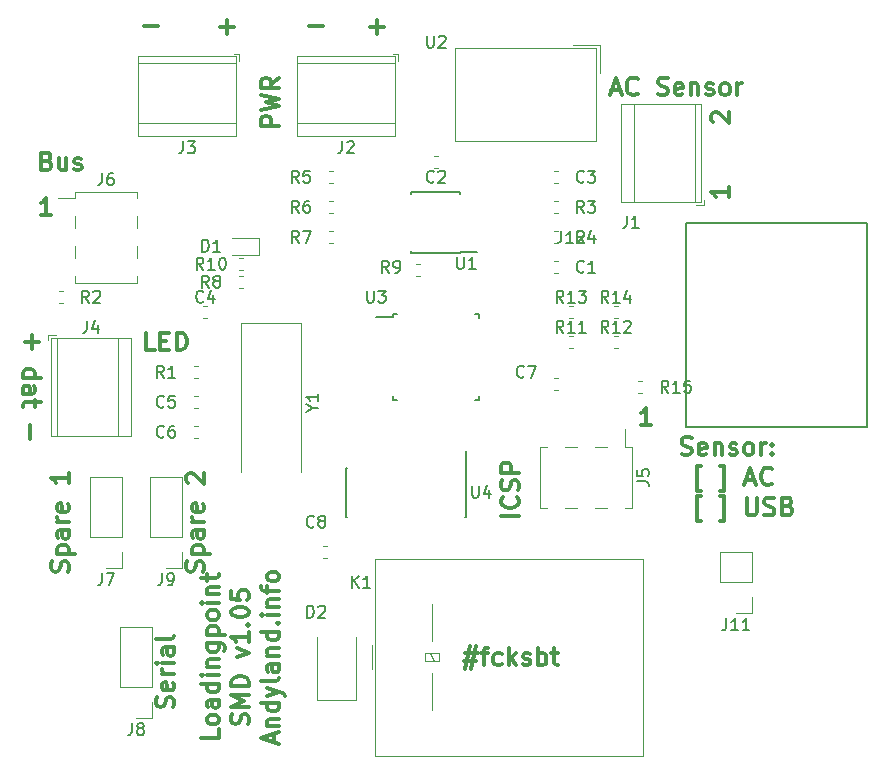
<source format=gto>
G04 #@! TF.GenerationSoftware,KiCad,Pcbnew,5.0.2-bee76a0~70~ubuntu18.10.1*
G04 #@! TF.CreationDate,2019-09-06T12:11:08+02:00*
G04 #@! TF.ProjectId,Handylader_Fach_RS458_SMD_002,48616e64-796c-4616-9465-725f46616368,rev?*
G04 #@! TF.SameCoordinates,Original*
G04 #@! TF.FileFunction,Legend,Top*
G04 #@! TF.FilePolarity,Positive*
%FSLAX46Y46*%
G04 Gerber Fmt 4.6, Leading zero omitted, Abs format (unit mm)*
G04 Created by KiCad (PCBNEW 5.0.2-bee76a0~70~ubuntu18.10.1) date Fr 06 Sep 2019 12:11:08 CEST*
%MOMM*%
%LPD*%
G01*
G04 APERTURE LIST*
%ADD10C,0.300000*%
%ADD11C,0.120000*%
%ADD12C,0.150000*%
G04 APERTURE END LIST*
D10*
X43787142Y-74084285D02*
X43858571Y-73870000D01*
X43858571Y-73512857D01*
X43787142Y-73370000D01*
X43715714Y-73298571D01*
X43572857Y-73227142D01*
X43430000Y-73227142D01*
X43287142Y-73298571D01*
X43215714Y-73370000D01*
X43144285Y-73512857D01*
X43072857Y-73798571D01*
X43001428Y-73941428D01*
X42930000Y-74012857D01*
X42787142Y-74084285D01*
X42644285Y-74084285D01*
X42501428Y-74012857D01*
X42430000Y-73941428D01*
X42358571Y-73798571D01*
X42358571Y-73441428D01*
X42430000Y-73227142D01*
X43787142Y-72012857D02*
X43858571Y-72155714D01*
X43858571Y-72441428D01*
X43787142Y-72584285D01*
X43644285Y-72655714D01*
X43072857Y-72655714D01*
X42930000Y-72584285D01*
X42858571Y-72441428D01*
X42858571Y-72155714D01*
X42930000Y-72012857D01*
X43072857Y-71941428D01*
X43215714Y-71941428D01*
X43358571Y-72655714D01*
X43858571Y-71298571D02*
X42858571Y-71298571D01*
X43144285Y-71298571D02*
X43001428Y-71227142D01*
X42930000Y-71155714D01*
X42858571Y-71012857D01*
X42858571Y-70870000D01*
X43858571Y-70370000D02*
X42858571Y-70370000D01*
X42358571Y-70370000D02*
X42430000Y-70441428D01*
X42501428Y-70370000D01*
X42430000Y-70298571D01*
X42358571Y-70370000D01*
X42501428Y-70370000D01*
X43858571Y-69012857D02*
X43072857Y-69012857D01*
X42930000Y-69084285D01*
X42858571Y-69227142D01*
X42858571Y-69512857D01*
X42930000Y-69655714D01*
X43787142Y-69012857D02*
X43858571Y-69155714D01*
X43858571Y-69512857D01*
X43787142Y-69655714D01*
X43644285Y-69727142D01*
X43501428Y-69727142D01*
X43358571Y-69655714D01*
X43287142Y-69512857D01*
X43287142Y-69155714D01*
X43215714Y-69012857D01*
X43858571Y-68084285D02*
X43787142Y-68227142D01*
X43644285Y-68298571D01*
X42358571Y-68298571D01*
X52320000Y-77064285D02*
X52320000Y-76350000D01*
X52748571Y-77207142D02*
X51248571Y-76707142D01*
X52748571Y-76207142D01*
X51748571Y-75707142D02*
X52748571Y-75707142D01*
X51891428Y-75707142D02*
X51820000Y-75635714D01*
X51748571Y-75492857D01*
X51748571Y-75278571D01*
X51820000Y-75135714D01*
X51962857Y-75064285D01*
X52748571Y-75064285D01*
X52748571Y-73707142D02*
X51248571Y-73707142D01*
X52677142Y-73707142D02*
X52748571Y-73850000D01*
X52748571Y-74135714D01*
X52677142Y-74278571D01*
X52605714Y-74350000D01*
X52462857Y-74421428D01*
X52034285Y-74421428D01*
X51891428Y-74350000D01*
X51820000Y-74278571D01*
X51748571Y-74135714D01*
X51748571Y-73850000D01*
X51820000Y-73707142D01*
X51748571Y-73135714D02*
X52748571Y-72778571D01*
X51748571Y-72421428D02*
X52748571Y-72778571D01*
X53105714Y-72921428D01*
X53177142Y-72992857D01*
X53248571Y-73135714D01*
X52748571Y-71635714D02*
X52677142Y-71778571D01*
X52534285Y-71850000D01*
X51248571Y-71850000D01*
X52748571Y-70421428D02*
X51962857Y-70421428D01*
X51820000Y-70492857D01*
X51748571Y-70635714D01*
X51748571Y-70921428D01*
X51820000Y-71064285D01*
X52677142Y-70421428D02*
X52748571Y-70564285D01*
X52748571Y-70921428D01*
X52677142Y-71064285D01*
X52534285Y-71135714D01*
X52391428Y-71135714D01*
X52248571Y-71064285D01*
X52177142Y-70921428D01*
X52177142Y-70564285D01*
X52105714Y-70421428D01*
X51748571Y-69707142D02*
X52748571Y-69707142D01*
X51891428Y-69707142D02*
X51820000Y-69635714D01*
X51748571Y-69492857D01*
X51748571Y-69278571D01*
X51820000Y-69135714D01*
X51962857Y-69064285D01*
X52748571Y-69064285D01*
X52748571Y-67707142D02*
X51248571Y-67707142D01*
X52677142Y-67707142D02*
X52748571Y-67850000D01*
X52748571Y-68135714D01*
X52677142Y-68278571D01*
X52605714Y-68350000D01*
X52462857Y-68421428D01*
X52034285Y-68421428D01*
X51891428Y-68350000D01*
X51820000Y-68278571D01*
X51748571Y-68135714D01*
X51748571Y-67850000D01*
X51820000Y-67707142D01*
X52605714Y-66992857D02*
X52677142Y-66921428D01*
X52748571Y-66992857D01*
X52677142Y-67064285D01*
X52605714Y-66992857D01*
X52748571Y-66992857D01*
X52748571Y-66278571D02*
X51748571Y-66278571D01*
X51248571Y-66278571D02*
X51320000Y-66350000D01*
X51391428Y-66278571D01*
X51320000Y-66207142D01*
X51248571Y-66278571D01*
X51391428Y-66278571D01*
X51748571Y-65564285D02*
X52748571Y-65564285D01*
X51891428Y-65564285D02*
X51820000Y-65492857D01*
X51748571Y-65350000D01*
X51748571Y-65135714D01*
X51820000Y-64992857D01*
X51962857Y-64921428D01*
X52748571Y-64921428D01*
X51748571Y-64421428D02*
X51748571Y-63850000D01*
X52748571Y-64207142D02*
X51462857Y-64207142D01*
X51320000Y-64135714D01*
X51248571Y-63992857D01*
X51248571Y-63850000D01*
X52748571Y-63135714D02*
X52677142Y-63278571D01*
X52605714Y-63350000D01*
X52462857Y-63421428D01*
X52034285Y-63421428D01*
X51891428Y-63350000D01*
X51820000Y-63278571D01*
X51748571Y-63135714D01*
X51748571Y-62921428D01*
X51820000Y-62778571D01*
X51891428Y-62707142D01*
X52034285Y-62635714D01*
X52462857Y-62635714D01*
X52605714Y-62707142D01*
X52677142Y-62778571D01*
X52748571Y-62921428D01*
X52748571Y-63135714D01*
X46327142Y-62598571D02*
X46398571Y-62384285D01*
X46398571Y-62027142D01*
X46327142Y-61884285D01*
X46255714Y-61812857D01*
X46112857Y-61741428D01*
X45970000Y-61741428D01*
X45827142Y-61812857D01*
X45755714Y-61884285D01*
X45684285Y-62027142D01*
X45612857Y-62312857D01*
X45541428Y-62455714D01*
X45470000Y-62527142D01*
X45327142Y-62598571D01*
X45184285Y-62598571D01*
X45041428Y-62527142D01*
X44970000Y-62455714D01*
X44898571Y-62312857D01*
X44898571Y-61955714D01*
X44970000Y-61741428D01*
X45398571Y-61098571D02*
X46898571Y-61098571D01*
X45470000Y-61098571D02*
X45398571Y-60955714D01*
X45398571Y-60670000D01*
X45470000Y-60527142D01*
X45541428Y-60455714D01*
X45684285Y-60384285D01*
X46112857Y-60384285D01*
X46255714Y-60455714D01*
X46327142Y-60527142D01*
X46398571Y-60670000D01*
X46398571Y-60955714D01*
X46327142Y-61098571D01*
X46398571Y-59098571D02*
X45612857Y-59098571D01*
X45470000Y-59170000D01*
X45398571Y-59312857D01*
X45398571Y-59598571D01*
X45470000Y-59741428D01*
X46327142Y-59098571D02*
X46398571Y-59241428D01*
X46398571Y-59598571D01*
X46327142Y-59741428D01*
X46184285Y-59812857D01*
X46041428Y-59812857D01*
X45898571Y-59741428D01*
X45827142Y-59598571D01*
X45827142Y-59241428D01*
X45755714Y-59098571D01*
X46398571Y-58384285D02*
X45398571Y-58384285D01*
X45684285Y-58384285D02*
X45541428Y-58312857D01*
X45470000Y-58241428D01*
X45398571Y-58098571D01*
X45398571Y-57955714D01*
X46327142Y-56884285D02*
X46398571Y-57027142D01*
X46398571Y-57312857D01*
X46327142Y-57455714D01*
X46184285Y-57527142D01*
X45612857Y-57527142D01*
X45470000Y-57455714D01*
X45398571Y-57312857D01*
X45398571Y-57027142D01*
X45470000Y-56884285D01*
X45612857Y-56812857D01*
X45755714Y-56812857D01*
X45898571Y-57527142D01*
X45041428Y-55098571D02*
X44970000Y-55027142D01*
X44898571Y-54884285D01*
X44898571Y-54527142D01*
X44970000Y-54384285D01*
X45041428Y-54312857D01*
X45184285Y-54241428D01*
X45327142Y-54241428D01*
X45541428Y-54312857D01*
X46398571Y-55170000D01*
X46398571Y-54241428D01*
X34897142Y-62598571D02*
X34968571Y-62384285D01*
X34968571Y-62027142D01*
X34897142Y-61884285D01*
X34825714Y-61812857D01*
X34682857Y-61741428D01*
X34540000Y-61741428D01*
X34397142Y-61812857D01*
X34325714Y-61884285D01*
X34254285Y-62027142D01*
X34182857Y-62312857D01*
X34111428Y-62455714D01*
X34040000Y-62527142D01*
X33897142Y-62598571D01*
X33754285Y-62598571D01*
X33611428Y-62527142D01*
X33540000Y-62455714D01*
X33468571Y-62312857D01*
X33468571Y-61955714D01*
X33540000Y-61741428D01*
X33968571Y-61098571D02*
X35468571Y-61098571D01*
X34040000Y-61098571D02*
X33968571Y-60955714D01*
X33968571Y-60670000D01*
X34040000Y-60527142D01*
X34111428Y-60455714D01*
X34254285Y-60384285D01*
X34682857Y-60384285D01*
X34825714Y-60455714D01*
X34897142Y-60527142D01*
X34968571Y-60670000D01*
X34968571Y-60955714D01*
X34897142Y-61098571D01*
X34968571Y-59098571D02*
X34182857Y-59098571D01*
X34040000Y-59170000D01*
X33968571Y-59312857D01*
X33968571Y-59598571D01*
X34040000Y-59741428D01*
X34897142Y-59098571D02*
X34968571Y-59241428D01*
X34968571Y-59598571D01*
X34897142Y-59741428D01*
X34754285Y-59812857D01*
X34611428Y-59812857D01*
X34468571Y-59741428D01*
X34397142Y-59598571D01*
X34397142Y-59241428D01*
X34325714Y-59098571D01*
X34968571Y-58384285D02*
X33968571Y-58384285D01*
X34254285Y-58384285D02*
X34111428Y-58312857D01*
X34040000Y-58241428D01*
X33968571Y-58098571D01*
X33968571Y-57955714D01*
X34897142Y-56884285D02*
X34968571Y-57027142D01*
X34968571Y-57312857D01*
X34897142Y-57455714D01*
X34754285Y-57527142D01*
X34182857Y-57527142D01*
X34040000Y-57455714D01*
X33968571Y-57312857D01*
X33968571Y-57027142D01*
X34040000Y-56884285D01*
X34182857Y-56812857D01*
X34325714Y-56812857D01*
X34468571Y-57527142D01*
X34968571Y-54241428D02*
X34968571Y-55098571D01*
X34968571Y-54670000D02*
X33468571Y-54670000D01*
X33682857Y-54812857D01*
X33825714Y-54955714D01*
X33897142Y-55098571D01*
X73068571Y-57867857D02*
X71568571Y-57867857D01*
X72925714Y-56296428D02*
X72997142Y-56367857D01*
X73068571Y-56582142D01*
X73068571Y-56725000D01*
X72997142Y-56939285D01*
X72854285Y-57082142D01*
X72711428Y-57153571D01*
X72425714Y-57225000D01*
X72211428Y-57225000D01*
X71925714Y-57153571D01*
X71782857Y-57082142D01*
X71640000Y-56939285D01*
X71568571Y-56725000D01*
X71568571Y-56582142D01*
X71640000Y-56367857D01*
X71711428Y-56296428D01*
X72997142Y-55725000D02*
X73068571Y-55510714D01*
X73068571Y-55153571D01*
X72997142Y-55010714D01*
X72925714Y-54939285D01*
X72782857Y-54867857D01*
X72640000Y-54867857D01*
X72497142Y-54939285D01*
X72425714Y-55010714D01*
X72354285Y-55153571D01*
X72282857Y-55439285D01*
X72211428Y-55582142D01*
X72140000Y-55653571D01*
X71997142Y-55725000D01*
X71854285Y-55725000D01*
X71711428Y-55653571D01*
X71640000Y-55582142D01*
X71568571Y-55439285D01*
X71568571Y-55082142D01*
X71640000Y-54867857D01*
X73068571Y-54225000D02*
X71568571Y-54225000D01*
X71568571Y-53653571D01*
X71640000Y-53510714D01*
X71711428Y-53439285D01*
X71854285Y-53367857D01*
X72068571Y-53367857D01*
X72211428Y-53439285D01*
X72282857Y-53510714D01*
X72354285Y-53653571D01*
X72354285Y-54225000D01*
X68532857Y-69528571D02*
X69604285Y-69528571D01*
X68961428Y-68885714D02*
X68532857Y-70814285D01*
X69461428Y-70171428D02*
X68390000Y-70171428D01*
X69032857Y-70814285D02*
X69461428Y-68885714D01*
X69890000Y-69528571D02*
X70461428Y-69528571D01*
X70104285Y-70528571D02*
X70104285Y-69242857D01*
X70175714Y-69100000D01*
X70318571Y-69028571D01*
X70461428Y-69028571D01*
X71604285Y-70457142D02*
X71461428Y-70528571D01*
X71175714Y-70528571D01*
X71032857Y-70457142D01*
X70961428Y-70385714D01*
X70890000Y-70242857D01*
X70890000Y-69814285D01*
X70961428Y-69671428D01*
X71032857Y-69600000D01*
X71175714Y-69528571D01*
X71461428Y-69528571D01*
X71604285Y-69600000D01*
X72247142Y-70528571D02*
X72247142Y-69028571D01*
X72390000Y-69957142D02*
X72818571Y-70528571D01*
X72818571Y-69528571D02*
X72247142Y-70100000D01*
X73390000Y-70457142D02*
X73532857Y-70528571D01*
X73818571Y-70528571D01*
X73961428Y-70457142D01*
X74032857Y-70314285D01*
X74032857Y-70242857D01*
X73961428Y-70100000D01*
X73818571Y-70028571D01*
X73604285Y-70028571D01*
X73461428Y-69957142D01*
X73390000Y-69814285D01*
X73390000Y-69742857D01*
X73461428Y-69600000D01*
X73604285Y-69528571D01*
X73818571Y-69528571D01*
X73961428Y-69600000D01*
X74675714Y-70528571D02*
X74675714Y-69028571D01*
X74675714Y-69600000D02*
X74818571Y-69528571D01*
X75104285Y-69528571D01*
X75247142Y-69600000D01*
X75318571Y-69671428D01*
X75390000Y-69814285D01*
X75390000Y-70242857D01*
X75318571Y-70385714D01*
X75247142Y-70457142D01*
X75104285Y-70528571D01*
X74818571Y-70528571D01*
X74675714Y-70457142D01*
X75818571Y-69528571D02*
X76390000Y-69528571D01*
X76032857Y-69028571D02*
X76032857Y-70314285D01*
X76104285Y-70457142D01*
X76247142Y-70528571D01*
X76390000Y-70528571D01*
X84248571Y-50208571D02*
X83391428Y-50208571D01*
X83820000Y-50208571D02*
X83820000Y-48708571D01*
X83677142Y-48922857D01*
X83534285Y-49065714D01*
X83391428Y-49137142D01*
X31071428Y-46204285D02*
X32571428Y-46204285D01*
X31142857Y-46204285D02*
X31071428Y-46061428D01*
X31071428Y-45775714D01*
X31142857Y-45632857D01*
X31214285Y-45561428D01*
X31357142Y-45490000D01*
X31785714Y-45490000D01*
X31928571Y-45561428D01*
X32000000Y-45632857D01*
X32071428Y-45775714D01*
X32071428Y-46061428D01*
X32000000Y-46204285D01*
X31071428Y-47561428D02*
X31857142Y-47561428D01*
X32000000Y-47490000D01*
X32071428Y-47347142D01*
X32071428Y-47061428D01*
X32000000Y-46918571D01*
X31142857Y-47561428D02*
X31071428Y-47418571D01*
X31071428Y-47061428D01*
X31142857Y-46918571D01*
X31285714Y-46847142D01*
X31428571Y-46847142D01*
X31571428Y-46918571D01*
X31642857Y-47061428D01*
X31642857Y-47418571D01*
X31714285Y-47561428D01*
X32071428Y-48061428D02*
X32071428Y-48632857D01*
X32571428Y-48275714D02*
X31285714Y-48275714D01*
X31142857Y-48347142D01*
X31071428Y-48490000D01*
X31071428Y-48632857D01*
X31857142Y-43751428D02*
X31857142Y-42608571D01*
X32428571Y-43180000D02*
X31285714Y-43180000D01*
X31642857Y-50228571D02*
X31642857Y-51371428D01*
X56451428Y-16402857D02*
X55308571Y-16402857D01*
X42481428Y-16402857D02*
X41338571Y-16402857D01*
X61067142Y-17081428D02*
X61067142Y-15938571D01*
X61638571Y-16510000D02*
X60495714Y-16510000D01*
X48367142Y-17081428D02*
X48367142Y-15938571D01*
X48938571Y-16510000D02*
X47795714Y-16510000D01*
X89491428Y-24558571D02*
X89420000Y-24487142D01*
X89348571Y-24344285D01*
X89348571Y-23987142D01*
X89420000Y-23844285D01*
X89491428Y-23772857D01*
X89634285Y-23701428D01*
X89777142Y-23701428D01*
X89991428Y-23772857D01*
X90848571Y-24630000D01*
X90848571Y-23701428D01*
X90848571Y-30051428D02*
X90848571Y-30908571D01*
X90848571Y-30480000D02*
X89348571Y-30480000D01*
X89562857Y-30622857D01*
X89705714Y-30765714D01*
X89777142Y-30908571D01*
X33448571Y-32428571D02*
X32591428Y-32428571D01*
X33020000Y-32428571D02*
X33020000Y-30928571D01*
X32877142Y-31142857D01*
X32734285Y-31285714D01*
X32591428Y-31357142D01*
X33111428Y-27832857D02*
X33325714Y-27904285D01*
X33397142Y-27975714D01*
X33468571Y-28118571D01*
X33468571Y-28332857D01*
X33397142Y-28475714D01*
X33325714Y-28547142D01*
X33182857Y-28618571D01*
X32611428Y-28618571D01*
X32611428Y-27118571D01*
X33111428Y-27118571D01*
X33254285Y-27190000D01*
X33325714Y-27261428D01*
X33397142Y-27404285D01*
X33397142Y-27547142D01*
X33325714Y-27690000D01*
X33254285Y-27761428D01*
X33111428Y-27832857D01*
X32611428Y-27832857D01*
X34754285Y-27618571D02*
X34754285Y-28618571D01*
X34111428Y-27618571D02*
X34111428Y-28404285D01*
X34182857Y-28547142D01*
X34325714Y-28618571D01*
X34540000Y-28618571D01*
X34682857Y-28547142D01*
X34754285Y-28475714D01*
X35397142Y-28547142D02*
X35540000Y-28618571D01*
X35825714Y-28618571D01*
X35968571Y-28547142D01*
X36040000Y-28404285D01*
X36040000Y-28332857D01*
X35968571Y-28190000D01*
X35825714Y-28118571D01*
X35611428Y-28118571D01*
X35468571Y-28047142D01*
X35397142Y-27904285D01*
X35397142Y-27832857D01*
X35468571Y-27690000D01*
X35611428Y-27618571D01*
X35825714Y-27618571D01*
X35968571Y-27690000D01*
X52748571Y-24860000D02*
X51248571Y-24860000D01*
X51248571Y-24288571D01*
X51320000Y-24145714D01*
X51391428Y-24074285D01*
X51534285Y-24002857D01*
X51748571Y-24002857D01*
X51891428Y-24074285D01*
X51962857Y-24145714D01*
X52034285Y-24288571D01*
X52034285Y-24860000D01*
X51248571Y-23502857D02*
X52748571Y-23145714D01*
X51677142Y-22860000D01*
X52748571Y-22574285D01*
X51248571Y-22217142D01*
X52748571Y-20788571D02*
X52034285Y-21288571D01*
X52748571Y-21645714D02*
X51248571Y-21645714D01*
X51248571Y-21074285D01*
X51320000Y-20931428D01*
X51391428Y-20860000D01*
X51534285Y-20788571D01*
X51748571Y-20788571D01*
X51891428Y-20860000D01*
X51962857Y-20931428D01*
X52034285Y-21074285D01*
X52034285Y-21645714D01*
X80895714Y-21840000D02*
X81610000Y-21840000D01*
X80752857Y-22268571D02*
X81252857Y-20768571D01*
X81752857Y-22268571D01*
X83110000Y-22125714D02*
X83038571Y-22197142D01*
X82824285Y-22268571D01*
X82681428Y-22268571D01*
X82467142Y-22197142D01*
X82324285Y-22054285D01*
X82252857Y-21911428D01*
X82181428Y-21625714D01*
X82181428Y-21411428D01*
X82252857Y-21125714D01*
X82324285Y-20982857D01*
X82467142Y-20840000D01*
X82681428Y-20768571D01*
X82824285Y-20768571D01*
X83038571Y-20840000D01*
X83110000Y-20911428D01*
X84824285Y-22197142D02*
X85038571Y-22268571D01*
X85395714Y-22268571D01*
X85538571Y-22197142D01*
X85610000Y-22125714D01*
X85681428Y-21982857D01*
X85681428Y-21840000D01*
X85610000Y-21697142D01*
X85538571Y-21625714D01*
X85395714Y-21554285D01*
X85110000Y-21482857D01*
X84967142Y-21411428D01*
X84895714Y-21340000D01*
X84824285Y-21197142D01*
X84824285Y-21054285D01*
X84895714Y-20911428D01*
X84967142Y-20840000D01*
X85110000Y-20768571D01*
X85467142Y-20768571D01*
X85681428Y-20840000D01*
X86895714Y-22197142D02*
X86752857Y-22268571D01*
X86467142Y-22268571D01*
X86324285Y-22197142D01*
X86252857Y-22054285D01*
X86252857Y-21482857D01*
X86324285Y-21340000D01*
X86467142Y-21268571D01*
X86752857Y-21268571D01*
X86895714Y-21340000D01*
X86967142Y-21482857D01*
X86967142Y-21625714D01*
X86252857Y-21768571D01*
X87610000Y-21268571D02*
X87610000Y-22268571D01*
X87610000Y-21411428D02*
X87681428Y-21340000D01*
X87824285Y-21268571D01*
X88038571Y-21268571D01*
X88181428Y-21340000D01*
X88252857Y-21482857D01*
X88252857Y-22268571D01*
X88895714Y-22197142D02*
X89038571Y-22268571D01*
X89324285Y-22268571D01*
X89467142Y-22197142D01*
X89538571Y-22054285D01*
X89538571Y-21982857D01*
X89467142Y-21840000D01*
X89324285Y-21768571D01*
X89110000Y-21768571D01*
X88967142Y-21697142D01*
X88895714Y-21554285D01*
X88895714Y-21482857D01*
X88967142Y-21340000D01*
X89110000Y-21268571D01*
X89324285Y-21268571D01*
X89467142Y-21340000D01*
X90395714Y-22268571D02*
X90252857Y-22197142D01*
X90181428Y-22125714D01*
X90110000Y-21982857D01*
X90110000Y-21554285D01*
X90181428Y-21411428D01*
X90252857Y-21340000D01*
X90395714Y-21268571D01*
X90610000Y-21268571D01*
X90752857Y-21340000D01*
X90824285Y-21411428D01*
X90895714Y-21554285D01*
X90895714Y-21982857D01*
X90824285Y-22125714D01*
X90752857Y-22197142D01*
X90610000Y-22268571D01*
X90395714Y-22268571D01*
X91538571Y-22268571D02*
X91538571Y-21268571D01*
X91538571Y-21554285D02*
X91610000Y-21411428D01*
X91681428Y-21340000D01*
X91824285Y-21268571D01*
X91967142Y-21268571D01*
X42215714Y-43858571D02*
X41501428Y-43858571D01*
X41501428Y-42358571D01*
X42715714Y-43072857D02*
X43215714Y-43072857D01*
X43430000Y-43858571D02*
X42715714Y-43858571D01*
X42715714Y-42358571D01*
X43430000Y-42358571D01*
X44072857Y-43858571D02*
X44072857Y-42358571D01*
X44430000Y-42358571D01*
X44644285Y-42430000D01*
X44787142Y-42572857D01*
X44858571Y-42715714D01*
X44930000Y-43001428D01*
X44930000Y-43215714D01*
X44858571Y-43501428D01*
X44787142Y-43644285D01*
X44644285Y-43787142D01*
X44430000Y-43858571D01*
X44072857Y-43858571D01*
X86840714Y-52667142D02*
X87055000Y-52738571D01*
X87412142Y-52738571D01*
X87555000Y-52667142D01*
X87626428Y-52595714D01*
X87697857Y-52452857D01*
X87697857Y-52310000D01*
X87626428Y-52167142D01*
X87555000Y-52095714D01*
X87412142Y-52024285D01*
X87126428Y-51952857D01*
X86983571Y-51881428D01*
X86912142Y-51810000D01*
X86840714Y-51667142D01*
X86840714Y-51524285D01*
X86912142Y-51381428D01*
X86983571Y-51310000D01*
X87126428Y-51238571D01*
X87483571Y-51238571D01*
X87697857Y-51310000D01*
X88912142Y-52667142D02*
X88769285Y-52738571D01*
X88483571Y-52738571D01*
X88340714Y-52667142D01*
X88269285Y-52524285D01*
X88269285Y-51952857D01*
X88340714Y-51810000D01*
X88483571Y-51738571D01*
X88769285Y-51738571D01*
X88912142Y-51810000D01*
X88983571Y-51952857D01*
X88983571Y-52095714D01*
X88269285Y-52238571D01*
X89626428Y-51738571D02*
X89626428Y-52738571D01*
X89626428Y-51881428D02*
X89697857Y-51810000D01*
X89840714Y-51738571D01*
X90055000Y-51738571D01*
X90197857Y-51810000D01*
X90269285Y-51952857D01*
X90269285Y-52738571D01*
X90912142Y-52667142D02*
X91055000Y-52738571D01*
X91340714Y-52738571D01*
X91483571Y-52667142D01*
X91555000Y-52524285D01*
X91555000Y-52452857D01*
X91483571Y-52310000D01*
X91340714Y-52238571D01*
X91126428Y-52238571D01*
X90983571Y-52167142D01*
X90912142Y-52024285D01*
X90912142Y-51952857D01*
X90983571Y-51810000D01*
X91126428Y-51738571D01*
X91340714Y-51738571D01*
X91483571Y-51810000D01*
X92412142Y-52738571D02*
X92269285Y-52667142D01*
X92197857Y-52595714D01*
X92126428Y-52452857D01*
X92126428Y-52024285D01*
X92197857Y-51881428D01*
X92269285Y-51810000D01*
X92412142Y-51738571D01*
X92626428Y-51738571D01*
X92769285Y-51810000D01*
X92840714Y-51881428D01*
X92912142Y-52024285D01*
X92912142Y-52452857D01*
X92840714Y-52595714D01*
X92769285Y-52667142D01*
X92626428Y-52738571D01*
X92412142Y-52738571D01*
X93555000Y-52738571D02*
X93555000Y-51738571D01*
X93555000Y-52024285D02*
X93626428Y-51881428D01*
X93697857Y-51810000D01*
X93840714Y-51738571D01*
X93983571Y-51738571D01*
X94483571Y-52595714D02*
X94555000Y-52667142D01*
X94483571Y-52738571D01*
X94412142Y-52667142D01*
X94483571Y-52595714D01*
X94483571Y-52738571D01*
X94483571Y-51810000D02*
X94555000Y-51881428D01*
X94483571Y-51952857D01*
X94412142Y-51881428D01*
X94483571Y-51810000D01*
X94483571Y-51952857D01*
X88483571Y-55788571D02*
X88126428Y-55788571D01*
X88126428Y-53645714D01*
X88483571Y-53645714D01*
X90055000Y-55788571D02*
X90412142Y-55788571D01*
X90412142Y-53645714D01*
X90055000Y-53645714D01*
X92269285Y-54860000D02*
X92983571Y-54860000D01*
X92126428Y-55288571D02*
X92626428Y-53788571D01*
X93126428Y-55288571D01*
X94483571Y-55145714D02*
X94412142Y-55217142D01*
X94197857Y-55288571D01*
X94055000Y-55288571D01*
X93840714Y-55217142D01*
X93697857Y-55074285D01*
X93626428Y-54931428D01*
X93555000Y-54645714D01*
X93555000Y-54431428D01*
X93626428Y-54145714D01*
X93697857Y-54002857D01*
X93840714Y-53860000D01*
X94055000Y-53788571D01*
X94197857Y-53788571D01*
X94412142Y-53860000D01*
X94483571Y-53931428D01*
X88483571Y-58338571D02*
X88126428Y-58338571D01*
X88126428Y-56195714D01*
X88483571Y-56195714D01*
X90055000Y-58338571D02*
X90412142Y-58338571D01*
X90412142Y-56195714D01*
X90055000Y-56195714D01*
X92340714Y-56338571D02*
X92340714Y-57552857D01*
X92412142Y-57695714D01*
X92483571Y-57767142D01*
X92626428Y-57838571D01*
X92912142Y-57838571D01*
X93055000Y-57767142D01*
X93126428Y-57695714D01*
X93197857Y-57552857D01*
X93197857Y-56338571D01*
X93840714Y-57767142D02*
X94055000Y-57838571D01*
X94412142Y-57838571D01*
X94555000Y-57767142D01*
X94626428Y-57695714D01*
X94697857Y-57552857D01*
X94697857Y-57410000D01*
X94626428Y-57267142D01*
X94555000Y-57195714D01*
X94412142Y-57124285D01*
X94126428Y-57052857D01*
X93983571Y-56981428D01*
X93912142Y-56910000D01*
X93840714Y-56767142D01*
X93840714Y-56624285D01*
X93912142Y-56481428D01*
X93983571Y-56410000D01*
X94126428Y-56338571D01*
X94483571Y-56338571D01*
X94697857Y-56410000D01*
X95840714Y-57052857D02*
X96055000Y-57124285D01*
X96126428Y-57195714D01*
X96197857Y-57338571D01*
X96197857Y-57552857D01*
X96126428Y-57695714D01*
X96055000Y-57767142D01*
X95912142Y-57838571D01*
X95340714Y-57838571D01*
X95340714Y-56338571D01*
X95840714Y-56338571D01*
X95983571Y-56410000D01*
X96055000Y-56481428D01*
X96126428Y-56624285D01*
X96126428Y-56767142D01*
X96055000Y-56910000D01*
X95983571Y-56981428D01*
X95840714Y-57052857D01*
X95340714Y-57052857D01*
X47663571Y-75957142D02*
X47663571Y-76671428D01*
X46163571Y-76671428D01*
X47663571Y-75242857D02*
X47592142Y-75385714D01*
X47520714Y-75457142D01*
X47377857Y-75528571D01*
X46949285Y-75528571D01*
X46806428Y-75457142D01*
X46735000Y-75385714D01*
X46663571Y-75242857D01*
X46663571Y-75028571D01*
X46735000Y-74885714D01*
X46806428Y-74814285D01*
X46949285Y-74742857D01*
X47377857Y-74742857D01*
X47520714Y-74814285D01*
X47592142Y-74885714D01*
X47663571Y-75028571D01*
X47663571Y-75242857D01*
X47663571Y-73457142D02*
X46877857Y-73457142D01*
X46735000Y-73528571D01*
X46663571Y-73671428D01*
X46663571Y-73957142D01*
X46735000Y-74100000D01*
X47592142Y-73457142D02*
X47663571Y-73600000D01*
X47663571Y-73957142D01*
X47592142Y-74100000D01*
X47449285Y-74171428D01*
X47306428Y-74171428D01*
X47163571Y-74100000D01*
X47092142Y-73957142D01*
X47092142Y-73600000D01*
X47020714Y-73457142D01*
X47663571Y-72100000D02*
X46163571Y-72100000D01*
X47592142Y-72100000D02*
X47663571Y-72242857D01*
X47663571Y-72528571D01*
X47592142Y-72671428D01*
X47520714Y-72742857D01*
X47377857Y-72814285D01*
X46949285Y-72814285D01*
X46806428Y-72742857D01*
X46735000Y-72671428D01*
X46663571Y-72528571D01*
X46663571Y-72242857D01*
X46735000Y-72100000D01*
X47663571Y-71385714D02*
X46663571Y-71385714D01*
X46163571Y-71385714D02*
X46235000Y-71457142D01*
X46306428Y-71385714D01*
X46235000Y-71314285D01*
X46163571Y-71385714D01*
X46306428Y-71385714D01*
X46663571Y-70671428D02*
X47663571Y-70671428D01*
X46806428Y-70671428D02*
X46735000Y-70600000D01*
X46663571Y-70457142D01*
X46663571Y-70242857D01*
X46735000Y-70100000D01*
X46877857Y-70028571D01*
X47663571Y-70028571D01*
X46663571Y-68671428D02*
X47877857Y-68671428D01*
X48020714Y-68742857D01*
X48092142Y-68814285D01*
X48163571Y-68957142D01*
X48163571Y-69171428D01*
X48092142Y-69314285D01*
X47592142Y-68671428D02*
X47663571Y-68814285D01*
X47663571Y-69100000D01*
X47592142Y-69242857D01*
X47520714Y-69314285D01*
X47377857Y-69385714D01*
X46949285Y-69385714D01*
X46806428Y-69314285D01*
X46735000Y-69242857D01*
X46663571Y-69100000D01*
X46663571Y-68814285D01*
X46735000Y-68671428D01*
X46663571Y-67957142D02*
X48163571Y-67957142D01*
X46735000Y-67957142D02*
X46663571Y-67814285D01*
X46663571Y-67528571D01*
X46735000Y-67385714D01*
X46806428Y-67314285D01*
X46949285Y-67242857D01*
X47377857Y-67242857D01*
X47520714Y-67314285D01*
X47592142Y-67385714D01*
X47663571Y-67528571D01*
X47663571Y-67814285D01*
X47592142Y-67957142D01*
X47663571Y-66385714D02*
X47592142Y-66528571D01*
X47520714Y-66600000D01*
X47377857Y-66671428D01*
X46949285Y-66671428D01*
X46806428Y-66600000D01*
X46735000Y-66528571D01*
X46663571Y-66385714D01*
X46663571Y-66171428D01*
X46735000Y-66028571D01*
X46806428Y-65957142D01*
X46949285Y-65885714D01*
X47377857Y-65885714D01*
X47520714Y-65957142D01*
X47592142Y-66028571D01*
X47663571Y-66171428D01*
X47663571Y-66385714D01*
X47663571Y-65242857D02*
X46663571Y-65242857D01*
X46163571Y-65242857D02*
X46235000Y-65314285D01*
X46306428Y-65242857D01*
X46235000Y-65171428D01*
X46163571Y-65242857D01*
X46306428Y-65242857D01*
X46663571Y-64528571D02*
X47663571Y-64528571D01*
X46806428Y-64528571D02*
X46735000Y-64457142D01*
X46663571Y-64314285D01*
X46663571Y-64100000D01*
X46735000Y-63957142D01*
X46877857Y-63885714D01*
X47663571Y-63885714D01*
X46663571Y-63385714D02*
X46663571Y-62814285D01*
X46163571Y-63171428D02*
X47449285Y-63171428D01*
X47592142Y-63100000D01*
X47663571Y-62957142D01*
X47663571Y-62814285D01*
X50142142Y-75528571D02*
X50213571Y-75314285D01*
X50213571Y-74957142D01*
X50142142Y-74814285D01*
X50070714Y-74742857D01*
X49927857Y-74671428D01*
X49785000Y-74671428D01*
X49642142Y-74742857D01*
X49570714Y-74814285D01*
X49499285Y-74957142D01*
X49427857Y-75242857D01*
X49356428Y-75385714D01*
X49285000Y-75457142D01*
X49142142Y-75528571D01*
X48999285Y-75528571D01*
X48856428Y-75457142D01*
X48785000Y-75385714D01*
X48713571Y-75242857D01*
X48713571Y-74885714D01*
X48785000Y-74671428D01*
X50213571Y-74028571D02*
X48713571Y-74028571D01*
X49785000Y-73528571D01*
X48713571Y-73028571D01*
X50213571Y-73028571D01*
X50213571Y-72314285D02*
X48713571Y-72314285D01*
X48713571Y-71957142D01*
X48785000Y-71742857D01*
X48927857Y-71600000D01*
X49070714Y-71528571D01*
X49356428Y-71457142D01*
X49570714Y-71457142D01*
X49856428Y-71528571D01*
X49999285Y-71600000D01*
X50142142Y-71742857D01*
X50213571Y-71957142D01*
X50213571Y-72314285D01*
X49213571Y-69814285D02*
X50213571Y-69457142D01*
X49213571Y-69100000D01*
X50213571Y-67742857D02*
X50213571Y-68600000D01*
X50213571Y-68171428D02*
X48713571Y-68171428D01*
X48927857Y-68314285D01*
X49070714Y-68457142D01*
X49142142Y-68600000D01*
X50070714Y-67100000D02*
X50142142Y-67028571D01*
X50213571Y-67100000D01*
X50142142Y-67171428D01*
X50070714Y-67100000D01*
X50213571Y-67100000D01*
X48713571Y-66100000D02*
X48713571Y-65957142D01*
X48785000Y-65814285D01*
X48856428Y-65742857D01*
X48999285Y-65671428D01*
X49285000Y-65600000D01*
X49642142Y-65600000D01*
X49927857Y-65671428D01*
X50070714Y-65742857D01*
X50142142Y-65814285D01*
X50213571Y-65957142D01*
X50213571Y-66100000D01*
X50142142Y-66242857D01*
X50070714Y-66314285D01*
X49927857Y-66385714D01*
X49642142Y-66457142D01*
X49285000Y-66457142D01*
X48999285Y-66385714D01*
X48856428Y-66314285D01*
X48785000Y-66242857D01*
X48713571Y-66100000D01*
X48713571Y-64242857D02*
X48713571Y-64957142D01*
X49427857Y-65028571D01*
X49356428Y-64957142D01*
X49285000Y-64814285D01*
X49285000Y-64457142D01*
X49356428Y-64314285D01*
X49427857Y-64242857D01*
X49570714Y-64171428D01*
X49927857Y-64171428D01*
X50070714Y-64242857D01*
X50142142Y-64314285D01*
X50213571Y-64457142D01*
X50213571Y-64814285D01*
X50142142Y-64957142D01*
X50070714Y-65028571D01*
D11*
G04 #@! TO.C,J5*
X77980000Y-57210000D02*
X76960000Y-57210000D01*
X77980000Y-52010000D02*
X76960000Y-52010000D01*
X80520000Y-57210000D02*
X79500000Y-57210000D01*
X80520000Y-52010000D02*
X79500000Y-52010000D01*
X75440000Y-57210000D02*
X74870000Y-57210000D01*
X75440000Y-52010000D02*
X74870000Y-52010000D01*
X82610000Y-57210000D02*
X82040000Y-57210000D01*
X82610000Y-52010000D02*
X82040000Y-52010000D01*
X82040000Y-50570000D02*
X82040000Y-52010000D01*
X74870000Y-52010000D02*
X74870000Y-57210000D01*
X82610000Y-52010000D02*
X82610000Y-57210000D01*
D12*
G04 #@! TO.C,J12*
X87200000Y-33100000D02*
X102550000Y-33100000D01*
X102550000Y-33100000D02*
X102550000Y-50350000D01*
X87200000Y-50350000D02*
X102550000Y-50350000D01*
X87200000Y-33100000D02*
X87200000Y-50350000D01*
D11*
G04 #@! TO.C,C4*
X46670279Y-40130000D02*
X46344721Y-40130000D01*
X46670279Y-41150000D02*
X46344721Y-41150000D01*
G04 #@! TO.C,C1*
X76362779Y-37340000D02*
X76037221Y-37340000D01*
X76362779Y-36320000D02*
X76037221Y-36320000D01*
G04 #@! TO.C,C2*
X66202779Y-28450000D02*
X65877221Y-28450000D01*
X66202779Y-27430000D02*
X65877221Y-27430000D01*
G04 #@! TO.C,C3*
X76362779Y-28700000D02*
X76037221Y-28700000D01*
X76362779Y-29720000D02*
X76037221Y-29720000D01*
G04 #@! TO.C,C5*
X45557221Y-47750000D02*
X45882779Y-47750000D01*
X45557221Y-48770000D02*
X45882779Y-48770000D01*
G04 #@! TO.C,C6*
X45557221Y-51310000D02*
X45882779Y-51310000D01*
X45557221Y-50290000D02*
X45882779Y-50290000D01*
G04 #@! TO.C,C7*
X76037221Y-46226000D02*
X76362779Y-46226000D01*
X76037221Y-47246000D02*
X76362779Y-47246000D01*
G04 #@! TO.C,C8*
X56830279Y-60450000D02*
X56504721Y-60450000D01*
X56830279Y-61470000D02*
X56504721Y-61470000D01*
G04 #@! TO.C,D1*
X48730000Y-35787000D02*
X51015000Y-35787000D01*
X51015000Y-35787000D02*
X51015000Y-34317000D01*
X51015000Y-34317000D02*
X48730000Y-34317000D01*
G04 #@! TO.C,D2*
X56008000Y-73504000D02*
X59308000Y-73504000D01*
X59308000Y-73504000D02*
X59308000Y-68104000D01*
X56008000Y-73504000D02*
X56008000Y-68104000D01*
G04 #@! TO.C,J1*
X88700000Y-31578000D02*
X88700000Y-31178000D01*
X88060000Y-31578000D02*
X88700000Y-31578000D01*
X81720000Y-23018000D02*
X88460000Y-23018000D01*
X81720000Y-31338000D02*
X88460000Y-31338000D01*
X88460000Y-31338000D02*
X88460000Y-23018000D01*
X81720000Y-31338000D02*
X81720000Y-23018000D01*
X82840000Y-31338000D02*
X82840000Y-23018000D01*
X87940000Y-31338000D02*
X87940000Y-23018000D01*
G04 #@! TO.C,J2*
X62580000Y-19502000D02*
X54260000Y-19502000D01*
X62580000Y-24602000D02*
X54260000Y-24602000D01*
X62580000Y-25722000D02*
X54260000Y-25722000D01*
X62580000Y-18982000D02*
X54260000Y-18982000D01*
X62580000Y-25722000D02*
X62580000Y-18982000D01*
X54260000Y-25722000D02*
X54260000Y-18982000D01*
X62820000Y-19382000D02*
X62820000Y-18742000D01*
X62820000Y-18742000D02*
X62420000Y-18742000D01*
G04 #@! TO.C,J3*
X49358000Y-18742000D02*
X48958000Y-18742000D01*
X49358000Y-19382000D02*
X49358000Y-18742000D01*
X40798000Y-25722000D02*
X40798000Y-18982000D01*
X49118000Y-25722000D02*
X49118000Y-18982000D01*
X49118000Y-18982000D02*
X40798000Y-18982000D01*
X49118000Y-25722000D02*
X40798000Y-25722000D01*
X49118000Y-24602000D02*
X40798000Y-24602000D01*
X49118000Y-19502000D02*
X40798000Y-19502000D01*
G04 #@! TO.C,J4*
X33980000Y-42830000D02*
X33980000Y-51150000D01*
X39080000Y-42830000D02*
X39080000Y-51150000D01*
X40200000Y-42830000D02*
X40200000Y-51150000D01*
X33460000Y-42830000D02*
X33460000Y-51150000D01*
X40200000Y-42830000D02*
X33460000Y-42830000D01*
X40200000Y-51150000D02*
X33460000Y-51150000D01*
X33860000Y-42590000D02*
X33220000Y-42590000D01*
X33220000Y-42590000D02*
X33220000Y-42990000D01*
G04 #@! TO.C,J6*
X35500000Y-30420000D02*
X40700000Y-30420000D01*
X35500000Y-38160000D02*
X40700000Y-38160000D01*
X34060000Y-30990000D02*
X35500000Y-30990000D01*
X35500000Y-30420000D02*
X35500000Y-30990000D01*
X40700000Y-30420000D02*
X40700000Y-30990000D01*
X35500000Y-37590000D02*
X35500000Y-38160000D01*
X40700000Y-37590000D02*
X40700000Y-38160000D01*
X35500000Y-32510000D02*
X35500000Y-33530000D01*
X40700000Y-32510000D02*
X40700000Y-33530000D01*
X35500000Y-35050000D02*
X35500000Y-36070000D01*
X40700000Y-35050000D02*
X40700000Y-36070000D01*
G04 #@! TO.C,K1*
X83550000Y-61500000D02*
X60850000Y-61500000D01*
X60850000Y-61500000D02*
X60850000Y-78200000D01*
X60850000Y-78200000D02*
X83550000Y-78200000D01*
X83550000Y-78200000D02*
X83550000Y-61500000D01*
X65900000Y-70200000D02*
X65500000Y-69500000D01*
X66300000Y-69500000D02*
X65100000Y-69500000D01*
X65100000Y-69500000D02*
X65100000Y-70200000D01*
X65100000Y-70200000D02*
X66300000Y-70200000D01*
X66300000Y-70200000D02*
X66300000Y-69500000D01*
X60590000Y-70850000D02*
X60590000Y-68850000D01*
X65700000Y-74350000D02*
X65700000Y-71200000D01*
X65700000Y-68500000D02*
X65700000Y-65350000D01*
G04 #@! TO.C,R1*
X45882779Y-45210000D02*
X45557221Y-45210000D01*
X45882779Y-46230000D02*
X45557221Y-46230000D01*
G04 #@! TO.C,R3*
X76037221Y-31240000D02*
X76362779Y-31240000D01*
X76037221Y-32260000D02*
X76362779Y-32260000D01*
G04 #@! TO.C,R4*
X76362779Y-33780000D02*
X76037221Y-33780000D01*
X76362779Y-34800000D02*
X76037221Y-34800000D01*
G04 #@! TO.C,R5*
X57312779Y-29720000D02*
X56987221Y-29720000D01*
X57312779Y-28700000D02*
X56987221Y-28700000D01*
G04 #@! TO.C,R6*
X56987221Y-32260000D02*
X57312779Y-32260000D01*
X56987221Y-31240000D02*
X57312779Y-31240000D01*
G04 #@! TO.C,R7*
X57312779Y-33780000D02*
X56987221Y-33780000D01*
X57312779Y-34800000D02*
X56987221Y-34800000D01*
G04 #@! TO.C,R8*
X49367221Y-37590000D02*
X49692779Y-37590000D01*
X49367221Y-38610000D02*
X49692779Y-38610000D01*
G04 #@! TO.C,R9*
X64353221Y-36574000D02*
X64678779Y-36574000D01*
X64353221Y-37594000D02*
X64678779Y-37594000D01*
G04 #@! TO.C,R10*
X49367221Y-37086000D02*
X49692779Y-37086000D01*
X49367221Y-36066000D02*
X49692779Y-36066000D01*
G04 #@! TO.C,R11*
X77307221Y-42670000D02*
X77632779Y-42670000D01*
X77307221Y-43690000D02*
X77632779Y-43690000D01*
G04 #@! TO.C,R12*
X81442779Y-42670000D02*
X81117221Y-42670000D01*
X81442779Y-43690000D02*
X81117221Y-43690000D01*
G04 #@! TO.C,R13*
X77307221Y-40130000D02*
X77632779Y-40130000D01*
X77307221Y-41150000D02*
X77632779Y-41150000D01*
G04 #@! TO.C,R14*
X81442779Y-41150000D02*
X81117221Y-41150000D01*
X81442779Y-40130000D02*
X81117221Y-40130000D01*
D12*
G04 #@! TO.C,U1*
X68115000Y-35595000D02*
X68115000Y-35545000D01*
X63965000Y-35595000D02*
X63965000Y-35450000D01*
X63965000Y-30445000D02*
X63965000Y-30590000D01*
X68115000Y-30445000D02*
X68115000Y-30590000D01*
X68115000Y-35595000D02*
X63965000Y-35595000D01*
X68115000Y-30445000D02*
X63965000Y-30445000D01*
X68115000Y-35545000D02*
X69515000Y-35545000D01*
D11*
G04 #@! TO.C,U2*
X79950000Y-17975000D02*
X77620000Y-17975000D01*
X79950000Y-20425000D02*
X79950000Y-17975000D01*
X67680000Y-18305000D02*
X79620000Y-18305000D01*
X67680000Y-26155000D02*
X67680000Y-18305000D01*
X79620000Y-26155000D02*
X67680000Y-26155000D01*
X79620000Y-18305000D02*
X79620000Y-26155000D01*
D12*
G04 #@! TO.C,U3*
X62425000Y-40825000D02*
X62425000Y-41050000D01*
X69675000Y-40825000D02*
X69675000Y-41150000D01*
X69675000Y-48075000D02*
X69675000Y-47750000D01*
X62425000Y-48075000D02*
X62425000Y-47750000D01*
X62425000Y-40825000D02*
X62750000Y-40825000D01*
X62425000Y-48075000D02*
X62750000Y-48075000D01*
X69675000Y-48075000D02*
X69350000Y-48075000D01*
X69675000Y-40825000D02*
X69350000Y-40825000D01*
X62425000Y-41050000D02*
X61000000Y-41050000D01*
G04 #@! TO.C,U4*
X68575000Y-53805000D02*
X68550000Y-53805000D01*
X68575000Y-57955000D02*
X68470000Y-57955000D01*
X58425000Y-57955000D02*
X58530000Y-57955000D01*
X58425000Y-53805000D02*
X58530000Y-53805000D01*
X68575000Y-53805000D02*
X68575000Y-57955000D01*
X58425000Y-53805000D02*
X58425000Y-57955000D01*
X68550000Y-53805000D02*
X68550000Y-52430000D01*
D11*
G04 #@! TO.C,R15*
X83174721Y-46480000D02*
X83500279Y-46480000D01*
X83174721Y-47500000D02*
X83500279Y-47500000D01*
G04 #@! TO.C,R2*
X34127221Y-38860000D02*
X34452779Y-38860000D01*
X34127221Y-39880000D02*
X34452779Y-39880000D01*
G04 #@! TO.C,J7*
X39430000Y-54550000D02*
X36770000Y-54550000D01*
X39430000Y-59690000D02*
X39430000Y-54550000D01*
X36770000Y-59690000D02*
X36770000Y-54550000D01*
X39430000Y-59690000D02*
X36770000Y-59690000D01*
X39430000Y-60960000D02*
X39430000Y-62290000D01*
X39430000Y-62290000D02*
X38100000Y-62290000D01*
G04 #@! TO.C,J9*
X44510000Y-62290000D02*
X43180000Y-62290000D01*
X44510000Y-60960000D02*
X44510000Y-62290000D01*
X44510000Y-59690000D02*
X41850000Y-59690000D01*
X41850000Y-59690000D02*
X41850000Y-54550000D01*
X44510000Y-59690000D02*
X44510000Y-54550000D01*
X44510000Y-54550000D02*
X41850000Y-54550000D01*
G04 #@! TO.C,J11*
X92770000Y-60900000D02*
X90110000Y-60900000D01*
X92770000Y-63500000D02*
X92770000Y-60900000D01*
X90110000Y-63500000D02*
X90110000Y-60900000D01*
X92770000Y-63500000D02*
X90110000Y-63500000D01*
X92770000Y-64770000D02*
X92770000Y-66100000D01*
X92770000Y-66100000D02*
X91440000Y-66100000D01*
G04 #@! TO.C,Y1*
X54620000Y-54160000D02*
X54620000Y-41560000D01*
X54620000Y-41560000D02*
X49520000Y-41560000D01*
X49520000Y-41560000D02*
X49520000Y-54160000D01*
G04 #@! TO.C,J8*
X41970000Y-67250000D02*
X39310000Y-67250000D01*
X41970000Y-72390000D02*
X41970000Y-67250000D01*
X39310000Y-72390000D02*
X39310000Y-67250000D01*
X41970000Y-72390000D02*
X39310000Y-72390000D01*
X41970000Y-73660000D02*
X41970000Y-74990000D01*
X41970000Y-74990000D02*
X40640000Y-74990000D01*
G04 #@! TO.C,J5*
D12*
X83062380Y-54943333D02*
X83776666Y-54943333D01*
X83919523Y-54990952D01*
X84014761Y-55086190D01*
X84062380Y-55229047D01*
X84062380Y-55324285D01*
X83062380Y-53990952D02*
X83062380Y-54467142D01*
X83538571Y-54514761D01*
X83490952Y-54467142D01*
X83443333Y-54371904D01*
X83443333Y-54133809D01*
X83490952Y-54038571D01*
X83538571Y-53990952D01*
X83633809Y-53943333D01*
X83871904Y-53943333D01*
X83967142Y-53990952D01*
X84014761Y-54038571D01*
X84062380Y-54133809D01*
X84062380Y-54371904D01*
X84014761Y-54467142D01*
X83967142Y-54514761D01*
G04 #@! TO.C,J12*
X76660476Y-33782380D02*
X76660476Y-34496666D01*
X76612857Y-34639523D01*
X76517619Y-34734761D01*
X76374761Y-34782380D01*
X76279523Y-34782380D01*
X77660476Y-34782380D02*
X77089047Y-34782380D01*
X77374761Y-34782380D02*
X77374761Y-33782380D01*
X77279523Y-33925238D01*
X77184285Y-34020476D01*
X77089047Y-34068095D01*
X78041428Y-33877619D02*
X78089047Y-33830000D01*
X78184285Y-33782380D01*
X78422380Y-33782380D01*
X78517619Y-33830000D01*
X78565238Y-33877619D01*
X78612857Y-33972857D01*
X78612857Y-34068095D01*
X78565238Y-34210952D01*
X77993809Y-34782380D01*
X78612857Y-34782380D01*
G04 #@! TO.C,C4*
X46340833Y-39727142D02*
X46293214Y-39774761D01*
X46150357Y-39822380D01*
X46055119Y-39822380D01*
X45912261Y-39774761D01*
X45817023Y-39679523D01*
X45769404Y-39584285D01*
X45721785Y-39393809D01*
X45721785Y-39250952D01*
X45769404Y-39060476D01*
X45817023Y-38965238D01*
X45912261Y-38870000D01*
X46055119Y-38822380D01*
X46150357Y-38822380D01*
X46293214Y-38870000D01*
X46340833Y-38917619D01*
X47197976Y-39155714D02*
X47197976Y-39822380D01*
X46959880Y-38774761D02*
X46721785Y-39489047D01*
X47340833Y-39489047D01*
G04 #@! TO.C,C1*
X78573333Y-37187142D02*
X78525714Y-37234761D01*
X78382857Y-37282380D01*
X78287619Y-37282380D01*
X78144761Y-37234761D01*
X78049523Y-37139523D01*
X78001904Y-37044285D01*
X77954285Y-36853809D01*
X77954285Y-36710952D01*
X78001904Y-36520476D01*
X78049523Y-36425238D01*
X78144761Y-36330000D01*
X78287619Y-36282380D01*
X78382857Y-36282380D01*
X78525714Y-36330000D01*
X78573333Y-36377619D01*
X79525714Y-37282380D02*
X78954285Y-37282380D01*
X79240000Y-37282380D02*
X79240000Y-36282380D01*
X79144761Y-36425238D01*
X79049523Y-36520476D01*
X78954285Y-36568095D01*
G04 #@! TO.C,C2*
X65873333Y-29567142D02*
X65825714Y-29614761D01*
X65682857Y-29662380D01*
X65587619Y-29662380D01*
X65444761Y-29614761D01*
X65349523Y-29519523D01*
X65301904Y-29424285D01*
X65254285Y-29233809D01*
X65254285Y-29090952D01*
X65301904Y-28900476D01*
X65349523Y-28805238D01*
X65444761Y-28710000D01*
X65587619Y-28662380D01*
X65682857Y-28662380D01*
X65825714Y-28710000D01*
X65873333Y-28757619D01*
X66254285Y-28757619D02*
X66301904Y-28710000D01*
X66397142Y-28662380D01*
X66635238Y-28662380D01*
X66730476Y-28710000D01*
X66778095Y-28757619D01*
X66825714Y-28852857D01*
X66825714Y-28948095D01*
X66778095Y-29090952D01*
X66206666Y-29662380D01*
X66825714Y-29662380D01*
G04 #@! TO.C,C3*
X78573333Y-29567142D02*
X78525714Y-29614761D01*
X78382857Y-29662380D01*
X78287619Y-29662380D01*
X78144761Y-29614761D01*
X78049523Y-29519523D01*
X78001904Y-29424285D01*
X77954285Y-29233809D01*
X77954285Y-29090952D01*
X78001904Y-28900476D01*
X78049523Y-28805238D01*
X78144761Y-28710000D01*
X78287619Y-28662380D01*
X78382857Y-28662380D01*
X78525714Y-28710000D01*
X78573333Y-28757619D01*
X78906666Y-28662380D02*
X79525714Y-28662380D01*
X79192380Y-29043333D01*
X79335238Y-29043333D01*
X79430476Y-29090952D01*
X79478095Y-29138571D01*
X79525714Y-29233809D01*
X79525714Y-29471904D01*
X79478095Y-29567142D01*
X79430476Y-29614761D01*
X79335238Y-29662380D01*
X79049523Y-29662380D01*
X78954285Y-29614761D01*
X78906666Y-29567142D01*
G04 #@! TO.C,C5*
X43013333Y-48617142D02*
X42965714Y-48664761D01*
X42822857Y-48712380D01*
X42727619Y-48712380D01*
X42584761Y-48664761D01*
X42489523Y-48569523D01*
X42441904Y-48474285D01*
X42394285Y-48283809D01*
X42394285Y-48140952D01*
X42441904Y-47950476D01*
X42489523Y-47855238D01*
X42584761Y-47760000D01*
X42727619Y-47712380D01*
X42822857Y-47712380D01*
X42965714Y-47760000D01*
X43013333Y-47807619D01*
X43918095Y-47712380D02*
X43441904Y-47712380D01*
X43394285Y-48188571D01*
X43441904Y-48140952D01*
X43537142Y-48093333D01*
X43775238Y-48093333D01*
X43870476Y-48140952D01*
X43918095Y-48188571D01*
X43965714Y-48283809D01*
X43965714Y-48521904D01*
X43918095Y-48617142D01*
X43870476Y-48664761D01*
X43775238Y-48712380D01*
X43537142Y-48712380D01*
X43441904Y-48664761D01*
X43394285Y-48617142D01*
G04 #@! TO.C,C6*
X43013333Y-51157142D02*
X42965714Y-51204761D01*
X42822857Y-51252380D01*
X42727619Y-51252380D01*
X42584761Y-51204761D01*
X42489523Y-51109523D01*
X42441904Y-51014285D01*
X42394285Y-50823809D01*
X42394285Y-50680952D01*
X42441904Y-50490476D01*
X42489523Y-50395238D01*
X42584761Y-50300000D01*
X42727619Y-50252380D01*
X42822857Y-50252380D01*
X42965714Y-50300000D01*
X43013333Y-50347619D01*
X43870476Y-50252380D02*
X43680000Y-50252380D01*
X43584761Y-50300000D01*
X43537142Y-50347619D01*
X43441904Y-50490476D01*
X43394285Y-50680952D01*
X43394285Y-51061904D01*
X43441904Y-51157142D01*
X43489523Y-51204761D01*
X43584761Y-51252380D01*
X43775238Y-51252380D01*
X43870476Y-51204761D01*
X43918095Y-51157142D01*
X43965714Y-51061904D01*
X43965714Y-50823809D01*
X43918095Y-50728571D01*
X43870476Y-50680952D01*
X43775238Y-50633333D01*
X43584761Y-50633333D01*
X43489523Y-50680952D01*
X43441904Y-50728571D01*
X43394285Y-50823809D01*
G04 #@! TO.C,C7*
X73493333Y-46077142D02*
X73445714Y-46124761D01*
X73302857Y-46172380D01*
X73207619Y-46172380D01*
X73064761Y-46124761D01*
X72969523Y-46029523D01*
X72921904Y-45934285D01*
X72874285Y-45743809D01*
X72874285Y-45600952D01*
X72921904Y-45410476D01*
X72969523Y-45315238D01*
X73064761Y-45220000D01*
X73207619Y-45172380D01*
X73302857Y-45172380D01*
X73445714Y-45220000D01*
X73493333Y-45267619D01*
X73826666Y-45172380D02*
X74493333Y-45172380D01*
X74064761Y-46172380D01*
G04 #@! TO.C,C8*
X55713333Y-58777142D02*
X55665714Y-58824761D01*
X55522857Y-58872380D01*
X55427619Y-58872380D01*
X55284761Y-58824761D01*
X55189523Y-58729523D01*
X55141904Y-58634285D01*
X55094285Y-58443809D01*
X55094285Y-58300952D01*
X55141904Y-58110476D01*
X55189523Y-58015238D01*
X55284761Y-57920000D01*
X55427619Y-57872380D01*
X55522857Y-57872380D01*
X55665714Y-57920000D01*
X55713333Y-57967619D01*
X56284761Y-58300952D02*
X56189523Y-58253333D01*
X56141904Y-58205714D01*
X56094285Y-58110476D01*
X56094285Y-58062857D01*
X56141904Y-57967619D01*
X56189523Y-57920000D01*
X56284761Y-57872380D01*
X56475238Y-57872380D01*
X56570476Y-57920000D01*
X56618095Y-57967619D01*
X56665714Y-58062857D01*
X56665714Y-58110476D01*
X56618095Y-58205714D01*
X56570476Y-58253333D01*
X56475238Y-58300952D01*
X56284761Y-58300952D01*
X56189523Y-58348571D01*
X56141904Y-58396190D01*
X56094285Y-58491428D01*
X56094285Y-58681904D01*
X56141904Y-58777142D01*
X56189523Y-58824761D01*
X56284761Y-58872380D01*
X56475238Y-58872380D01*
X56570476Y-58824761D01*
X56618095Y-58777142D01*
X56665714Y-58681904D01*
X56665714Y-58491428D01*
X56618095Y-58396190D01*
X56570476Y-58348571D01*
X56475238Y-58300952D01*
G04 #@! TO.C,D1*
X46251904Y-35504380D02*
X46251904Y-34504380D01*
X46490000Y-34504380D01*
X46632857Y-34552000D01*
X46728095Y-34647238D01*
X46775714Y-34742476D01*
X46823333Y-34932952D01*
X46823333Y-35075809D01*
X46775714Y-35266285D01*
X46728095Y-35361523D01*
X46632857Y-35456761D01*
X46490000Y-35504380D01*
X46251904Y-35504380D01*
X47775714Y-35504380D02*
X47204285Y-35504380D01*
X47490000Y-35504380D02*
X47490000Y-34504380D01*
X47394761Y-34647238D01*
X47299523Y-34742476D01*
X47204285Y-34790095D01*
G04 #@! TO.C,D2*
X55141904Y-66492380D02*
X55141904Y-65492380D01*
X55380000Y-65492380D01*
X55522857Y-65540000D01*
X55618095Y-65635238D01*
X55665714Y-65730476D01*
X55713333Y-65920952D01*
X55713333Y-66063809D01*
X55665714Y-66254285D01*
X55618095Y-66349523D01*
X55522857Y-66444761D01*
X55380000Y-66492380D01*
X55141904Y-66492380D01*
X56094285Y-65587619D02*
X56141904Y-65540000D01*
X56237142Y-65492380D01*
X56475238Y-65492380D01*
X56570476Y-65540000D01*
X56618095Y-65587619D01*
X56665714Y-65682857D01*
X56665714Y-65778095D01*
X56618095Y-65920952D01*
X56046666Y-66492380D01*
X56665714Y-66492380D01*
G04 #@! TO.C,J1*
X82216666Y-32472380D02*
X82216666Y-33186666D01*
X82169047Y-33329523D01*
X82073809Y-33424761D01*
X81930952Y-33472380D01*
X81835714Y-33472380D01*
X83216666Y-33472380D02*
X82645238Y-33472380D01*
X82930952Y-33472380D02*
X82930952Y-32472380D01*
X82835714Y-32615238D01*
X82740476Y-32710476D01*
X82645238Y-32758095D01*
G04 #@! TO.C,J2*
X58086666Y-26174380D02*
X58086666Y-26888666D01*
X58039047Y-27031523D01*
X57943809Y-27126761D01*
X57800952Y-27174380D01*
X57705714Y-27174380D01*
X58515238Y-26269619D02*
X58562857Y-26222000D01*
X58658095Y-26174380D01*
X58896190Y-26174380D01*
X58991428Y-26222000D01*
X59039047Y-26269619D01*
X59086666Y-26364857D01*
X59086666Y-26460095D01*
X59039047Y-26602952D01*
X58467619Y-27174380D01*
X59086666Y-27174380D01*
G04 #@! TO.C,J3*
X44624666Y-26174380D02*
X44624666Y-26888666D01*
X44577047Y-27031523D01*
X44481809Y-27126761D01*
X44338952Y-27174380D01*
X44243714Y-27174380D01*
X45005619Y-26174380D02*
X45624666Y-26174380D01*
X45291333Y-26555333D01*
X45434190Y-26555333D01*
X45529428Y-26602952D01*
X45577047Y-26650571D01*
X45624666Y-26745809D01*
X45624666Y-26983904D01*
X45577047Y-27079142D01*
X45529428Y-27126761D01*
X45434190Y-27174380D01*
X45148476Y-27174380D01*
X45053238Y-27126761D01*
X45005619Y-27079142D01*
G04 #@! TO.C,J4*
X36496666Y-41362380D02*
X36496666Y-42076666D01*
X36449047Y-42219523D01*
X36353809Y-42314761D01*
X36210952Y-42362380D01*
X36115714Y-42362380D01*
X37401428Y-41695714D02*
X37401428Y-42362380D01*
X37163333Y-41314761D02*
X36925238Y-42029047D01*
X37544285Y-42029047D01*
G04 #@! TO.C,J6*
X37766666Y-28872380D02*
X37766666Y-29586666D01*
X37719047Y-29729523D01*
X37623809Y-29824761D01*
X37480952Y-29872380D01*
X37385714Y-29872380D01*
X38671428Y-28872380D02*
X38480952Y-28872380D01*
X38385714Y-28920000D01*
X38338095Y-28967619D01*
X38242857Y-29110476D01*
X38195238Y-29300952D01*
X38195238Y-29681904D01*
X38242857Y-29777142D01*
X38290476Y-29824761D01*
X38385714Y-29872380D01*
X38576190Y-29872380D01*
X38671428Y-29824761D01*
X38719047Y-29777142D01*
X38766666Y-29681904D01*
X38766666Y-29443809D01*
X38719047Y-29348571D01*
X38671428Y-29300952D01*
X38576190Y-29253333D01*
X38385714Y-29253333D01*
X38290476Y-29300952D01*
X38242857Y-29348571D01*
X38195238Y-29443809D01*
G04 #@! TO.C,K1*
X58951904Y-63952380D02*
X58951904Y-62952380D01*
X59523333Y-63952380D02*
X59094761Y-63380952D01*
X59523333Y-62952380D02*
X58951904Y-63523809D01*
X60475714Y-63952380D02*
X59904285Y-63952380D01*
X60190000Y-63952380D02*
X60190000Y-62952380D01*
X60094761Y-63095238D01*
X59999523Y-63190476D01*
X59904285Y-63238095D01*
G04 #@! TO.C,R1*
X43013333Y-46172380D02*
X42680000Y-45696190D01*
X42441904Y-46172380D02*
X42441904Y-45172380D01*
X42822857Y-45172380D01*
X42918095Y-45220000D01*
X42965714Y-45267619D01*
X43013333Y-45362857D01*
X43013333Y-45505714D01*
X42965714Y-45600952D01*
X42918095Y-45648571D01*
X42822857Y-45696190D01*
X42441904Y-45696190D01*
X43965714Y-46172380D02*
X43394285Y-46172380D01*
X43680000Y-46172380D02*
X43680000Y-45172380D01*
X43584761Y-45315238D01*
X43489523Y-45410476D01*
X43394285Y-45458095D01*
G04 #@! TO.C,R3*
X78573333Y-32202380D02*
X78240000Y-31726190D01*
X78001904Y-32202380D02*
X78001904Y-31202380D01*
X78382857Y-31202380D01*
X78478095Y-31250000D01*
X78525714Y-31297619D01*
X78573333Y-31392857D01*
X78573333Y-31535714D01*
X78525714Y-31630952D01*
X78478095Y-31678571D01*
X78382857Y-31726190D01*
X78001904Y-31726190D01*
X78906666Y-31202380D02*
X79525714Y-31202380D01*
X79192380Y-31583333D01*
X79335238Y-31583333D01*
X79430476Y-31630952D01*
X79478095Y-31678571D01*
X79525714Y-31773809D01*
X79525714Y-32011904D01*
X79478095Y-32107142D01*
X79430476Y-32154761D01*
X79335238Y-32202380D01*
X79049523Y-32202380D01*
X78954285Y-32154761D01*
X78906666Y-32107142D01*
G04 #@! TO.C,R4*
X78573333Y-34742380D02*
X78240000Y-34266190D01*
X78001904Y-34742380D02*
X78001904Y-33742380D01*
X78382857Y-33742380D01*
X78478095Y-33790000D01*
X78525714Y-33837619D01*
X78573333Y-33932857D01*
X78573333Y-34075714D01*
X78525714Y-34170952D01*
X78478095Y-34218571D01*
X78382857Y-34266190D01*
X78001904Y-34266190D01*
X79430476Y-34075714D02*
X79430476Y-34742380D01*
X79192380Y-33694761D02*
X78954285Y-34409047D01*
X79573333Y-34409047D01*
G04 #@! TO.C,R5*
X54443333Y-29662380D02*
X54110000Y-29186190D01*
X53871904Y-29662380D02*
X53871904Y-28662380D01*
X54252857Y-28662380D01*
X54348095Y-28710000D01*
X54395714Y-28757619D01*
X54443333Y-28852857D01*
X54443333Y-28995714D01*
X54395714Y-29090952D01*
X54348095Y-29138571D01*
X54252857Y-29186190D01*
X53871904Y-29186190D01*
X55348095Y-28662380D02*
X54871904Y-28662380D01*
X54824285Y-29138571D01*
X54871904Y-29090952D01*
X54967142Y-29043333D01*
X55205238Y-29043333D01*
X55300476Y-29090952D01*
X55348095Y-29138571D01*
X55395714Y-29233809D01*
X55395714Y-29471904D01*
X55348095Y-29567142D01*
X55300476Y-29614761D01*
X55205238Y-29662380D01*
X54967142Y-29662380D01*
X54871904Y-29614761D01*
X54824285Y-29567142D01*
G04 #@! TO.C,R6*
X54443333Y-32202380D02*
X54110000Y-31726190D01*
X53871904Y-32202380D02*
X53871904Y-31202380D01*
X54252857Y-31202380D01*
X54348095Y-31250000D01*
X54395714Y-31297619D01*
X54443333Y-31392857D01*
X54443333Y-31535714D01*
X54395714Y-31630952D01*
X54348095Y-31678571D01*
X54252857Y-31726190D01*
X53871904Y-31726190D01*
X55300476Y-31202380D02*
X55110000Y-31202380D01*
X55014761Y-31250000D01*
X54967142Y-31297619D01*
X54871904Y-31440476D01*
X54824285Y-31630952D01*
X54824285Y-32011904D01*
X54871904Y-32107142D01*
X54919523Y-32154761D01*
X55014761Y-32202380D01*
X55205238Y-32202380D01*
X55300476Y-32154761D01*
X55348095Y-32107142D01*
X55395714Y-32011904D01*
X55395714Y-31773809D01*
X55348095Y-31678571D01*
X55300476Y-31630952D01*
X55205238Y-31583333D01*
X55014761Y-31583333D01*
X54919523Y-31630952D01*
X54871904Y-31678571D01*
X54824285Y-31773809D01*
G04 #@! TO.C,R7*
X54443333Y-34742380D02*
X54110000Y-34266190D01*
X53871904Y-34742380D02*
X53871904Y-33742380D01*
X54252857Y-33742380D01*
X54348095Y-33790000D01*
X54395714Y-33837619D01*
X54443333Y-33932857D01*
X54443333Y-34075714D01*
X54395714Y-34170952D01*
X54348095Y-34218571D01*
X54252857Y-34266190D01*
X53871904Y-34266190D01*
X54776666Y-33742380D02*
X55443333Y-33742380D01*
X55014761Y-34742380D01*
G04 #@! TO.C,R8*
X46823333Y-38552380D02*
X46490000Y-38076190D01*
X46251904Y-38552380D02*
X46251904Y-37552380D01*
X46632857Y-37552380D01*
X46728095Y-37600000D01*
X46775714Y-37647619D01*
X46823333Y-37742857D01*
X46823333Y-37885714D01*
X46775714Y-37980952D01*
X46728095Y-38028571D01*
X46632857Y-38076190D01*
X46251904Y-38076190D01*
X47394761Y-37980952D02*
X47299523Y-37933333D01*
X47251904Y-37885714D01*
X47204285Y-37790476D01*
X47204285Y-37742857D01*
X47251904Y-37647619D01*
X47299523Y-37600000D01*
X47394761Y-37552380D01*
X47585238Y-37552380D01*
X47680476Y-37600000D01*
X47728095Y-37647619D01*
X47775714Y-37742857D01*
X47775714Y-37790476D01*
X47728095Y-37885714D01*
X47680476Y-37933333D01*
X47585238Y-37980952D01*
X47394761Y-37980952D01*
X47299523Y-38028571D01*
X47251904Y-38076190D01*
X47204285Y-38171428D01*
X47204285Y-38361904D01*
X47251904Y-38457142D01*
X47299523Y-38504761D01*
X47394761Y-38552380D01*
X47585238Y-38552380D01*
X47680476Y-38504761D01*
X47728095Y-38457142D01*
X47775714Y-38361904D01*
X47775714Y-38171428D01*
X47728095Y-38076190D01*
X47680476Y-38028571D01*
X47585238Y-37980952D01*
G04 #@! TO.C,R9*
X62063333Y-37282380D02*
X61730000Y-36806190D01*
X61491904Y-37282380D02*
X61491904Y-36282380D01*
X61872857Y-36282380D01*
X61968095Y-36330000D01*
X62015714Y-36377619D01*
X62063333Y-36472857D01*
X62063333Y-36615714D01*
X62015714Y-36710952D01*
X61968095Y-36758571D01*
X61872857Y-36806190D01*
X61491904Y-36806190D01*
X62539523Y-37282380D02*
X62730000Y-37282380D01*
X62825238Y-37234761D01*
X62872857Y-37187142D01*
X62968095Y-37044285D01*
X63015714Y-36853809D01*
X63015714Y-36472857D01*
X62968095Y-36377619D01*
X62920476Y-36330000D01*
X62825238Y-36282380D01*
X62634761Y-36282380D01*
X62539523Y-36330000D01*
X62491904Y-36377619D01*
X62444285Y-36472857D01*
X62444285Y-36710952D01*
X62491904Y-36806190D01*
X62539523Y-36853809D01*
X62634761Y-36901428D01*
X62825238Y-36901428D01*
X62920476Y-36853809D01*
X62968095Y-36806190D01*
X63015714Y-36710952D01*
G04 #@! TO.C,R10*
X46347142Y-37028380D02*
X46013809Y-36552190D01*
X45775714Y-37028380D02*
X45775714Y-36028380D01*
X46156666Y-36028380D01*
X46251904Y-36076000D01*
X46299523Y-36123619D01*
X46347142Y-36218857D01*
X46347142Y-36361714D01*
X46299523Y-36456952D01*
X46251904Y-36504571D01*
X46156666Y-36552190D01*
X45775714Y-36552190D01*
X47299523Y-37028380D02*
X46728095Y-37028380D01*
X47013809Y-37028380D02*
X47013809Y-36028380D01*
X46918571Y-36171238D01*
X46823333Y-36266476D01*
X46728095Y-36314095D01*
X47918571Y-36028380D02*
X48013809Y-36028380D01*
X48109047Y-36076000D01*
X48156666Y-36123619D01*
X48204285Y-36218857D01*
X48251904Y-36409333D01*
X48251904Y-36647428D01*
X48204285Y-36837904D01*
X48156666Y-36933142D01*
X48109047Y-36980761D01*
X48013809Y-37028380D01*
X47918571Y-37028380D01*
X47823333Y-36980761D01*
X47775714Y-36933142D01*
X47728095Y-36837904D01*
X47680476Y-36647428D01*
X47680476Y-36409333D01*
X47728095Y-36218857D01*
X47775714Y-36123619D01*
X47823333Y-36076000D01*
X47918571Y-36028380D01*
G04 #@! TO.C,R11*
X76827142Y-42362380D02*
X76493809Y-41886190D01*
X76255714Y-42362380D02*
X76255714Y-41362380D01*
X76636666Y-41362380D01*
X76731904Y-41410000D01*
X76779523Y-41457619D01*
X76827142Y-41552857D01*
X76827142Y-41695714D01*
X76779523Y-41790952D01*
X76731904Y-41838571D01*
X76636666Y-41886190D01*
X76255714Y-41886190D01*
X77779523Y-42362380D02*
X77208095Y-42362380D01*
X77493809Y-42362380D02*
X77493809Y-41362380D01*
X77398571Y-41505238D01*
X77303333Y-41600476D01*
X77208095Y-41648095D01*
X78731904Y-42362380D02*
X78160476Y-42362380D01*
X78446190Y-42362380D02*
X78446190Y-41362380D01*
X78350952Y-41505238D01*
X78255714Y-41600476D01*
X78160476Y-41648095D01*
G04 #@! TO.C,R12*
X80637142Y-42362380D02*
X80303809Y-41886190D01*
X80065714Y-42362380D02*
X80065714Y-41362380D01*
X80446666Y-41362380D01*
X80541904Y-41410000D01*
X80589523Y-41457619D01*
X80637142Y-41552857D01*
X80637142Y-41695714D01*
X80589523Y-41790952D01*
X80541904Y-41838571D01*
X80446666Y-41886190D01*
X80065714Y-41886190D01*
X81589523Y-42362380D02*
X81018095Y-42362380D01*
X81303809Y-42362380D02*
X81303809Y-41362380D01*
X81208571Y-41505238D01*
X81113333Y-41600476D01*
X81018095Y-41648095D01*
X81970476Y-41457619D02*
X82018095Y-41410000D01*
X82113333Y-41362380D01*
X82351428Y-41362380D01*
X82446666Y-41410000D01*
X82494285Y-41457619D01*
X82541904Y-41552857D01*
X82541904Y-41648095D01*
X82494285Y-41790952D01*
X81922857Y-42362380D01*
X82541904Y-42362380D01*
G04 #@! TO.C,R13*
X76827142Y-39822380D02*
X76493809Y-39346190D01*
X76255714Y-39822380D02*
X76255714Y-38822380D01*
X76636666Y-38822380D01*
X76731904Y-38870000D01*
X76779523Y-38917619D01*
X76827142Y-39012857D01*
X76827142Y-39155714D01*
X76779523Y-39250952D01*
X76731904Y-39298571D01*
X76636666Y-39346190D01*
X76255714Y-39346190D01*
X77779523Y-39822380D02*
X77208095Y-39822380D01*
X77493809Y-39822380D02*
X77493809Y-38822380D01*
X77398571Y-38965238D01*
X77303333Y-39060476D01*
X77208095Y-39108095D01*
X78112857Y-38822380D02*
X78731904Y-38822380D01*
X78398571Y-39203333D01*
X78541428Y-39203333D01*
X78636666Y-39250952D01*
X78684285Y-39298571D01*
X78731904Y-39393809D01*
X78731904Y-39631904D01*
X78684285Y-39727142D01*
X78636666Y-39774761D01*
X78541428Y-39822380D01*
X78255714Y-39822380D01*
X78160476Y-39774761D01*
X78112857Y-39727142D01*
G04 #@! TO.C,R14*
X80637142Y-39822380D02*
X80303809Y-39346190D01*
X80065714Y-39822380D02*
X80065714Y-38822380D01*
X80446666Y-38822380D01*
X80541904Y-38870000D01*
X80589523Y-38917619D01*
X80637142Y-39012857D01*
X80637142Y-39155714D01*
X80589523Y-39250952D01*
X80541904Y-39298571D01*
X80446666Y-39346190D01*
X80065714Y-39346190D01*
X81589523Y-39822380D02*
X81018095Y-39822380D01*
X81303809Y-39822380D02*
X81303809Y-38822380D01*
X81208571Y-38965238D01*
X81113333Y-39060476D01*
X81018095Y-39108095D01*
X82446666Y-39155714D02*
X82446666Y-39822380D01*
X82208571Y-38774761D02*
X81970476Y-39489047D01*
X82589523Y-39489047D01*
G04 #@! TO.C,U1*
X67818095Y-35972380D02*
X67818095Y-36781904D01*
X67865714Y-36877142D01*
X67913333Y-36924761D01*
X68008571Y-36972380D01*
X68199047Y-36972380D01*
X68294285Y-36924761D01*
X68341904Y-36877142D01*
X68389523Y-36781904D01*
X68389523Y-35972380D01*
X69389523Y-36972380D02*
X68818095Y-36972380D01*
X69103809Y-36972380D02*
X69103809Y-35972380D01*
X69008571Y-36115238D01*
X68913333Y-36210476D01*
X68818095Y-36258095D01*
G04 #@! TO.C,U2*
X65278095Y-17232380D02*
X65278095Y-18041904D01*
X65325714Y-18137142D01*
X65373333Y-18184761D01*
X65468571Y-18232380D01*
X65659047Y-18232380D01*
X65754285Y-18184761D01*
X65801904Y-18137142D01*
X65849523Y-18041904D01*
X65849523Y-17232380D01*
X66278095Y-17327619D02*
X66325714Y-17280000D01*
X66420952Y-17232380D01*
X66659047Y-17232380D01*
X66754285Y-17280000D01*
X66801904Y-17327619D01*
X66849523Y-17422857D01*
X66849523Y-17518095D01*
X66801904Y-17660952D01*
X66230476Y-18232380D01*
X66849523Y-18232380D01*
G04 #@! TO.C,U3*
X60198095Y-38822380D02*
X60198095Y-39631904D01*
X60245714Y-39727142D01*
X60293333Y-39774761D01*
X60388571Y-39822380D01*
X60579047Y-39822380D01*
X60674285Y-39774761D01*
X60721904Y-39727142D01*
X60769523Y-39631904D01*
X60769523Y-38822380D01*
X61150476Y-38822380D02*
X61769523Y-38822380D01*
X61436190Y-39203333D01*
X61579047Y-39203333D01*
X61674285Y-39250952D01*
X61721904Y-39298571D01*
X61769523Y-39393809D01*
X61769523Y-39631904D01*
X61721904Y-39727142D01*
X61674285Y-39774761D01*
X61579047Y-39822380D01*
X61293333Y-39822380D01*
X61198095Y-39774761D01*
X61150476Y-39727142D01*
G04 #@! TO.C,U4*
X69088095Y-55332380D02*
X69088095Y-56141904D01*
X69135714Y-56237142D01*
X69183333Y-56284761D01*
X69278571Y-56332380D01*
X69469047Y-56332380D01*
X69564285Y-56284761D01*
X69611904Y-56237142D01*
X69659523Y-56141904D01*
X69659523Y-55332380D01*
X70564285Y-55665714D02*
X70564285Y-56332380D01*
X70326190Y-55284761D02*
X70088095Y-55999047D01*
X70707142Y-55999047D01*
G04 #@! TO.C,R15*
X85717142Y-47442380D02*
X85383809Y-46966190D01*
X85145714Y-47442380D02*
X85145714Y-46442380D01*
X85526666Y-46442380D01*
X85621904Y-46490000D01*
X85669523Y-46537619D01*
X85717142Y-46632857D01*
X85717142Y-46775714D01*
X85669523Y-46870952D01*
X85621904Y-46918571D01*
X85526666Y-46966190D01*
X85145714Y-46966190D01*
X86669523Y-47442380D02*
X86098095Y-47442380D01*
X86383809Y-47442380D02*
X86383809Y-46442380D01*
X86288571Y-46585238D01*
X86193333Y-46680476D01*
X86098095Y-46728095D01*
X87574285Y-46442380D02*
X87098095Y-46442380D01*
X87050476Y-46918571D01*
X87098095Y-46870952D01*
X87193333Y-46823333D01*
X87431428Y-46823333D01*
X87526666Y-46870952D01*
X87574285Y-46918571D01*
X87621904Y-47013809D01*
X87621904Y-47251904D01*
X87574285Y-47347142D01*
X87526666Y-47394761D01*
X87431428Y-47442380D01*
X87193333Y-47442380D01*
X87098095Y-47394761D01*
X87050476Y-47347142D01*
G04 #@! TO.C,R2*
X36663333Y-39822380D02*
X36330000Y-39346190D01*
X36091904Y-39822380D02*
X36091904Y-38822380D01*
X36472857Y-38822380D01*
X36568095Y-38870000D01*
X36615714Y-38917619D01*
X36663333Y-39012857D01*
X36663333Y-39155714D01*
X36615714Y-39250952D01*
X36568095Y-39298571D01*
X36472857Y-39346190D01*
X36091904Y-39346190D01*
X37044285Y-38917619D02*
X37091904Y-38870000D01*
X37187142Y-38822380D01*
X37425238Y-38822380D01*
X37520476Y-38870000D01*
X37568095Y-38917619D01*
X37615714Y-39012857D01*
X37615714Y-39108095D01*
X37568095Y-39250952D01*
X36996666Y-39822380D01*
X37615714Y-39822380D01*
G04 #@! TO.C,J7*
X37766666Y-62742380D02*
X37766666Y-63456666D01*
X37719047Y-63599523D01*
X37623809Y-63694761D01*
X37480952Y-63742380D01*
X37385714Y-63742380D01*
X38147619Y-62742380D02*
X38814285Y-62742380D01*
X38385714Y-63742380D01*
G04 #@! TO.C,J9*
X42846666Y-62742380D02*
X42846666Y-63456666D01*
X42799047Y-63599523D01*
X42703809Y-63694761D01*
X42560952Y-63742380D01*
X42465714Y-63742380D01*
X43370476Y-63742380D02*
X43560952Y-63742380D01*
X43656190Y-63694761D01*
X43703809Y-63647142D01*
X43799047Y-63504285D01*
X43846666Y-63313809D01*
X43846666Y-62932857D01*
X43799047Y-62837619D01*
X43751428Y-62790000D01*
X43656190Y-62742380D01*
X43465714Y-62742380D01*
X43370476Y-62790000D01*
X43322857Y-62837619D01*
X43275238Y-62932857D01*
X43275238Y-63170952D01*
X43322857Y-63266190D01*
X43370476Y-63313809D01*
X43465714Y-63361428D01*
X43656190Y-63361428D01*
X43751428Y-63313809D01*
X43799047Y-63266190D01*
X43846666Y-63170952D01*
G04 #@! TO.C,J11*
X90630476Y-66552380D02*
X90630476Y-67266666D01*
X90582857Y-67409523D01*
X90487619Y-67504761D01*
X90344761Y-67552380D01*
X90249523Y-67552380D01*
X91630476Y-67552380D02*
X91059047Y-67552380D01*
X91344761Y-67552380D02*
X91344761Y-66552380D01*
X91249523Y-66695238D01*
X91154285Y-66790476D01*
X91059047Y-66838095D01*
X92582857Y-67552380D02*
X92011428Y-67552380D01*
X92297142Y-67552380D02*
X92297142Y-66552380D01*
X92201904Y-66695238D01*
X92106666Y-66790476D01*
X92011428Y-66838095D01*
G04 #@! TO.C,Y1*
X55596190Y-48736190D02*
X56072380Y-48736190D01*
X55072380Y-49069523D02*
X55596190Y-48736190D01*
X55072380Y-48402857D01*
X56072380Y-47545714D02*
X56072380Y-48117142D01*
X56072380Y-47831428D02*
X55072380Y-47831428D01*
X55215238Y-47926666D01*
X55310476Y-48021904D01*
X55358095Y-48117142D01*
G04 #@! TO.C,J8*
X40306666Y-75442380D02*
X40306666Y-76156666D01*
X40259047Y-76299523D01*
X40163809Y-76394761D01*
X40020952Y-76442380D01*
X39925714Y-76442380D01*
X40925714Y-75870952D02*
X40830476Y-75823333D01*
X40782857Y-75775714D01*
X40735238Y-75680476D01*
X40735238Y-75632857D01*
X40782857Y-75537619D01*
X40830476Y-75490000D01*
X40925714Y-75442380D01*
X41116190Y-75442380D01*
X41211428Y-75490000D01*
X41259047Y-75537619D01*
X41306666Y-75632857D01*
X41306666Y-75680476D01*
X41259047Y-75775714D01*
X41211428Y-75823333D01*
X41116190Y-75870952D01*
X40925714Y-75870952D01*
X40830476Y-75918571D01*
X40782857Y-75966190D01*
X40735238Y-76061428D01*
X40735238Y-76251904D01*
X40782857Y-76347142D01*
X40830476Y-76394761D01*
X40925714Y-76442380D01*
X41116190Y-76442380D01*
X41211428Y-76394761D01*
X41259047Y-76347142D01*
X41306666Y-76251904D01*
X41306666Y-76061428D01*
X41259047Y-75966190D01*
X41211428Y-75918571D01*
X41116190Y-75870952D01*
G04 #@! TD*
M02*

</source>
